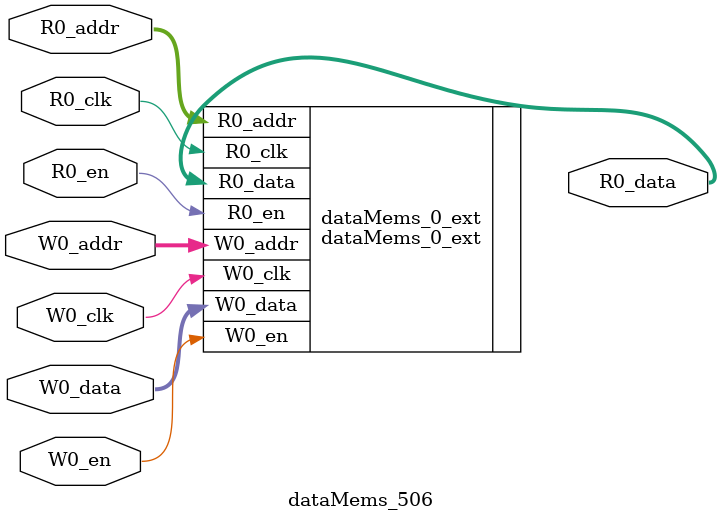
<source format=sv>
`ifndef RANDOMIZE
  `ifdef RANDOMIZE_REG_INIT
    `define RANDOMIZE
  `endif // RANDOMIZE_REG_INIT
`endif // not def RANDOMIZE
`ifndef RANDOMIZE
  `ifdef RANDOMIZE_MEM_INIT
    `define RANDOMIZE
  `endif // RANDOMIZE_MEM_INIT
`endif // not def RANDOMIZE

`ifndef RANDOM
  `define RANDOM $random
`endif // not def RANDOM

// Users can define 'PRINTF_COND' to add an extra gate to prints.
`ifndef PRINTF_COND_
  `ifdef PRINTF_COND
    `define PRINTF_COND_ (`PRINTF_COND)
  `else  // PRINTF_COND
    `define PRINTF_COND_ 1
  `endif // PRINTF_COND
`endif // not def PRINTF_COND_

// Users can define 'ASSERT_VERBOSE_COND' to add an extra gate to assert error printing.
`ifndef ASSERT_VERBOSE_COND_
  `ifdef ASSERT_VERBOSE_COND
    `define ASSERT_VERBOSE_COND_ (`ASSERT_VERBOSE_COND)
  `else  // ASSERT_VERBOSE_COND
    `define ASSERT_VERBOSE_COND_ 1
  `endif // ASSERT_VERBOSE_COND
`endif // not def ASSERT_VERBOSE_COND_

// Users can define 'STOP_COND' to add an extra gate to stop conditions.
`ifndef STOP_COND_
  `ifdef STOP_COND
    `define STOP_COND_ (`STOP_COND)
  `else  // STOP_COND
    `define STOP_COND_ 1
  `endif // STOP_COND
`endif // not def STOP_COND_

// Users can define INIT_RANDOM as general code that gets injected into the
// initializer block for modules with registers.
`ifndef INIT_RANDOM
  `define INIT_RANDOM
`endif // not def INIT_RANDOM

// If using random initialization, you can also define RANDOMIZE_DELAY to
// customize the delay used, otherwise 0.002 is used.
`ifndef RANDOMIZE_DELAY
  `define RANDOMIZE_DELAY 0.002
`endif // not def RANDOMIZE_DELAY

// Define INIT_RANDOM_PROLOG_ for use in our modules below.
`ifndef INIT_RANDOM_PROLOG_
  `ifdef RANDOMIZE
    `ifdef VERILATOR
      `define INIT_RANDOM_PROLOG_ `INIT_RANDOM
    `else  // VERILATOR
      `define INIT_RANDOM_PROLOG_ `INIT_RANDOM #`RANDOMIZE_DELAY begin end
    `endif // VERILATOR
  `else  // RANDOMIZE
    `define INIT_RANDOM_PROLOG_
  `endif // RANDOMIZE
`endif // not def INIT_RANDOM_PROLOG_

// Include register initializers in init blocks unless synthesis is set
`ifndef SYNTHESIS
  `ifndef ENABLE_INITIAL_REG_
    `define ENABLE_INITIAL_REG_
  `endif // not def ENABLE_INITIAL_REG_
`endif // not def SYNTHESIS

// Include rmemory initializers in init blocks unless synthesis is set
`ifndef SYNTHESIS
  `ifndef ENABLE_INITIAL_MEM_
    `define ENABLE_INITIAL_MEM_
  `endif // not def ENABLE_INITIAL_MEM_
`endif // not def SYNTHESIS

module dataMems_506(	// @[generators/ara/src/main/scala/UnsafeAXI4ToTL.scala:365:62]
  input  [4:0]  R0_addr,
  input         R0_en,
  input         R0_clk,
  output [66:0] R0_data,
  input  [4:0]  W0_addr,
  input         W0_en,
  input         W0_clk,
  input  [66:0] W0_data
);

  dataMems_0_ext dataMems_0_ext (	// @[generators/ara/src/main/scala/UnsafeAXI4ToTL.scala:365:62]
    .R0_addr (R0_addr),
    .R0_en   (R0_en),
    .R0_clk  (R0_clk),
    .R0_data (R0_data),
    .W0_addr (W0_addr),
    .W0_en   (W0_en),
    .W0_clk  (W0_clk),
    .W0_data (W0_data)
  );
endmodule


</source>
